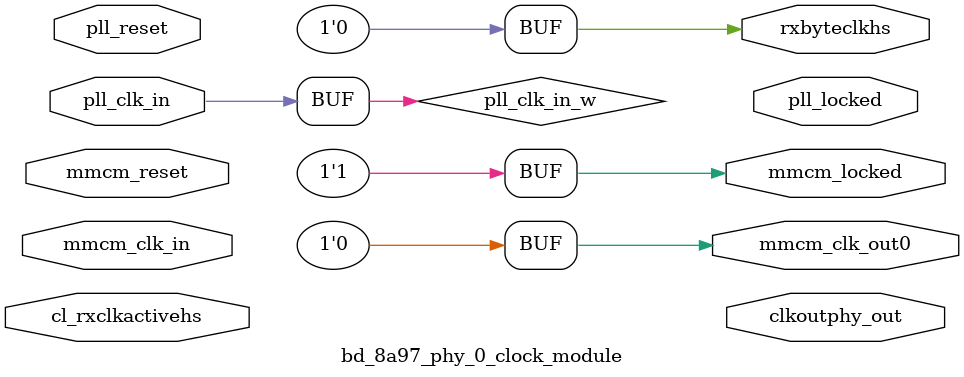
<source format=v>

`timescale 1ps/1ps

(* DowngradeIPIdentifiedWarnings="yes" *)
module bd_8a97_phy_0_clock_module
#(
   parameter C_DPHY_LANES = 2,
   parameter MTBF_SYNC_STAGES = 3,
   parameter C_HS_LINE_RATE = 1000,
   parameter C_STABLE_CLK_PERIOD = 10,
   parameter C_TXPLL_CLKIN_PERIOD = 8.0,
   parameter EN_DPHY_IO = 1
   )
   (
       input               mmcm_clk_in,
       output              mmcm_clk_out0,
       input               cl_rxclkactivehs,
       output              rxbyteclkhs,
       input               pll_clk_in,
       output              clkoutphy_out,
       output              pll_locked,
       input               pll_reset,
       output              mmcm_locked,
       input               mmcm_reset
   );

   wire               pll_clk_in_w;
   wire               pll_locked_w;
   wire               pll_locked_sync;
   reg                clkoutphy_en;
   reg  [7:0]         clkoutphy_en_cntr;


assign  rxbyteclkhs   = 1'b0;
assign  mmcm_locked   = 1'b1;
assign  mmcm_clk_out0 = 1'b0;
assign  pll_clk_in_w  = pll_clk_in;

   //TXPLL Attributes for 1500 MHz CLKOUTPHY
   localparam  C_TXPLL_CLKIN_PERIOD_T   = 5.000;
   localparam  C_TXPLL_CLKOUTPHY_MODE   = "VCO";
   localparam  C_PLL_DIVCLK_DIVIDE      = 2;
   localparam  C_TXPLL_CLKFBOUT_MULT    = 15;
   localparam  C_TXPLL_CLKOUT0_DIVIDE   = 8;
   localparam  C_TXPLL_CLKOUT1_DIVIDE   = 8;

// This below logic will not get generated for Design (i.e. It will be
// generated for Exdes)
// As this module itself will not get generated if support level is 0
// This module is being used for Exdes So below logic has to be there

// ONLY FOR VERSAL 
//
// This below logic will not get generated for Design (i.e. It will be
// generated for Exdes)
// As this module itself will not get generated if support level is 0
// This module is being used for Exdes So below logic has to be there

endmodule


</source>
